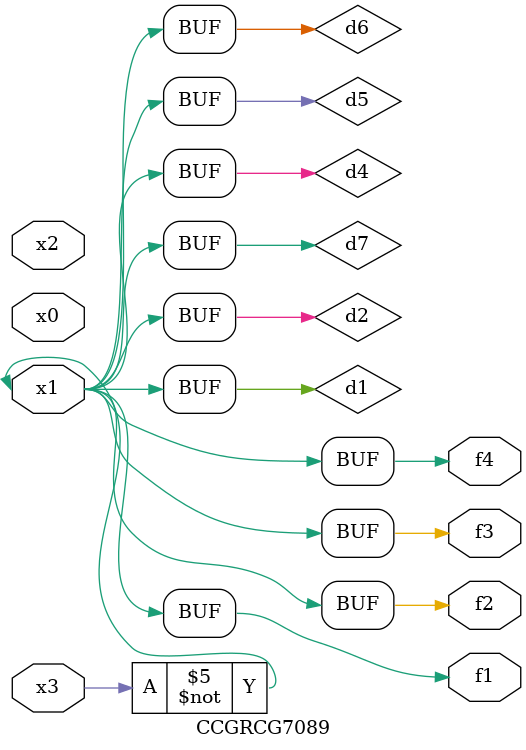
<source format=v>
module CCGRCG7089(
	input x0, x1, x2, x3,
	output f1, f2, f3, f4
);

	wire d1, d2, d3, d4, d5, d6, d7;

	not (d1, x3);
	buf (d2, x1);
	xnor (d3, d1, d2);
	nor (d4, d1);
	buf (d5, d1, d2);
	buf (d6, d4, d5);
	nand (d7, d4);
	assign f1 = d6;
	assign f2 = d7;
	assign f3 = d6;
	assign f4 = d6;
endmodule

</source>
